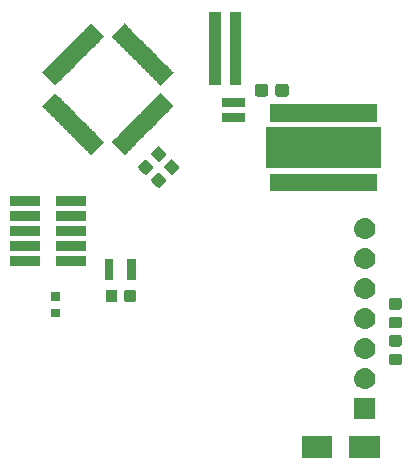
<source format=gbr>
G04 #@! TF.GenerationSoftware,KiCad,Pcbnew,(5.1.2)-2*
G04 #@! TF.CreationDate,2020-04-12T13:41:48-04:00*
G04 #@! TF.ProjectId,MotorcycleSwitch,4d6f746f-7263-4796-936c-655377697463,rev?*
G04 #@! TF.SameCoordinates,Original*
G04 #@! TF.FileFunction,Soldermask,Top*
G04 #@! TF.FilePolarity,Negative*
%FSLAX46Y46*%
G04 Gerber Fmt 4.6, Leading zero omitted, Abs format (unit mm)*
G04 Created by KiCad (PCBNEW (5.1.2)-2) date 2020-04-12 13:41:48*
%MOMM*%
%LPD*%
G04 APERTURE LIST*
%ADD10C,0.152400*%
%ADD11C,0.100000*%
G04 APERTURE END LIST*
D10*
X155847430Y-83950895D02*
X155856500Y-83950001D01*
X155838705Y-83953541D02*
X155847430Y-83950895D01*
X155830666Y-83957836D02*
X155838705Y-83953541D01*
X155823620Y-83963620D02*
X155830666Y-83957836D01*
X155817836Y-83970666D02*
X155823620Y-83963620D01*
X155813541Y-83978705D02*
X155817836Y-83970666D01*
X155810894Y-83987430D02*
X155813541Y-83978705D01*
X155810000Y-83996500D02*
X155810894Y-83987430D01*
X155810000Y-87003500D02*
X155810000Y-83996500D01*
X155810894Y-87012570D02*
X155810000Y-87003500D01*
X155813541Y-87021295D02*
X155810894Y-87012570D01*
X155817836Y-87029334D02*
X155813541Y-87021295D01*
X155823620Y-87036380D02*
X155817836Y-87029334D01*
X155830666Y-87042164D02*
X155823620Y-87036380D01*
X155838705Y-87046459D02*
X155830666Y-87042164D01*
X155847430Y-87049105D02*
X155838705Y-87046459D01*
X155856500Y-87049999D02*
X155847430Y-87049105D01*
X160943500Y-87049999D02*
X155856500Y-87049999D01*
X160952570Y-87049105D02*
X160943500Y-87049999D01*
X160961295Y-87046459D02*
X160952570Y-87049105D01*
X160969334Y-87042164D02*
X160961295Y-87046459D01*
X160976380Y-87036380D02*
X160969334Y-87042164D01*
X160982164Y-87029334D02*
X160976380Y-87036380D01*
X160986459Y-87021295D02*
X160982164Y-87029334D01*
X160989106Y-87012570D02*
X160986459Y-87021295D01*
X160990000Y-87003500D02*
X160989106Y-87012570D01*
X160990000Y-83996500D02*
X160990000Y-87003500D01*
X160989106Y-83987430D02*
X160990000Y-83996500D01*
X160986459Y-83978705D02*
X160989106Y-83987430D01*
X160982164Y-83970666D02*
X160986459Y-83978705D01*
X160976380Y-83963620D02*
X160982164Y-83970666D01*
X160969334Y-83957836D02*
X160976380Y-83963620D01*
X160961295Y-83953541D02*
X160969334Y-83957836D01*
X160952570Y-83950895D02*
X160961295Y-83953541D01*
X160943500Y-83950001D02*
X160952570Y-83950895D01*
X155856500Y-83950001D02*
X160943500Y-83950001D01*
D11*
G36*
X163151000Y-111801000D02*
G01*
X160549000Y-111801000D01*
X160549000Y-109899000D01*
X163151000Y-109899000D01*
X163151000Y-111801000D01*
X163151000Y-111801000D01*
G37*
G36*
X159151000Y-111801000D02*
G01*
X156549000Y-111801000D01*
X156549000Y-109899000D01*
X159151000Y-109899000D01*
X159151000Y-111801000D01*
X159151000Y-111801000D01*
G37*
G36*
X162801000Y-108501000D02*
G01*
X160999000Y-108501000D01*
X160999000Y-106699000D01*
X162801000Y-106699000D01*
X162801000Y-108501000D01*
X162801000Y-108501000D01*
G37*
G36*
X162010443Y-104165519D02*
G01*
X162076627Y-104172037D01*
X162246466Y-104223557D01*
X162402991Y-104307222D01*
X162438729Y-104336552D01*
X162540186Y-104419814D01*
X162623448Y-104521271D01*
X162652778Y-104557009D01*
X162736443Y-104713534D01*
X162787963Y-104883373D01*
X162805359Y-105060000D01*
X162787963Y-105236627D01*
X162736443Y-105406466D01*
X162652778Y-105562991D01*
X162623448Y-105598729D01*
X162540186Y-105700186D01*
X162438729Y-105783448D01*
X162402991Y-105812778D01*
X162246466Y-105896443D01*
X162076627Y-105947963D01*
X162010443Y-105954481D01*
X161944260Y-105961000D01*
X161855740Y-105961000D01*
X161789557Y-105954481D01*
X161723373Y-105947963D01*
X161553534Y-105896443D01*
X161397009Y-105812778D01*
X161361271Y-105783448D01*
X161259814Y-105700186D01*
X161176552Y-105598729D01*
X161147222Y-105562991D01*
X161063557Y-105406466D01*
X161012037Y-105236627D01*
X160994641Y-105060000D01*
X161012037Y-104883373D01*
X161063557Y-104713534D01*
X161147222Y-104557009D01*
X161176552Y-104521271D01*
X161259814Y-104419814D01*
X161361271Y-104336552D01*
X161397009Y-104307222D01*
X161553534Y-104223557D01*
X161723373Y-104172037D01*
X161789557Y-104165519D01*
X161855740Y-104159000D01*
X161944260Y-104159000D01*
X162010443Y-104165519D01*
X162010443Y-104165519D01*
G37*
G36*
X164869991Y-102944585D02*
G01*
X164903969Y-102954893D01*
X164935290Y-102971634D01*
X164962739Y-102994161D01*
X164985266Y-103021610D01*
X165002007Y-103052931D01*
X165012315Y-103086909D01*
X165016400Y-103128390D01*
X165016400Y-103729610D01*
X165012315Y-103771091D01*
X165002007Y-103805069D01*
X164985266Y-103836390D01*
X164962739Y-103863839D01*
X164935290Y-103886366D01*
X164903969Y-103903107D01*
X164869991Y-103913415D01*
X164828510Y-103917500D01*
X164152290Y-103917500D01*
X164110809Y-103913415D01*
X164076831Y-103903107D01*
X164045510Y-103886366D01*
X164018061Y-103863839D01*
X163995534Y-103836390D01*
X163978793Y-103805069D01*
X163968485Y-103771091D01*
X163964400Y-103729610D01*
X163964400Y-103128390D01*
X163968485Y-103086909D01*
X163978793Y-103052931D01*
X163995534Y-103021610D01*
X164018061Y-102994161D01*
X164045510Y-102971634D01*
X164076831Y-102954893D01*
X164110809Y-102944585D01*
X164152290Y-102940500D01*
X164828510Y-102940500D01*
X164869991Y-102944585D01*
X164869991Y-102944585D01*
G37*
G36*
X162010443Y-101625519D02*
G01*
X162076627Y-101632037D01*
X162246466Y-101683557D01*
X162402991Y-101767222D01*
X162438729Y-101796552D01*
X162540186Y-101879814D01*
X162623448Y-101981271D01*
X162652778Y-102017009D01*
X162736443Y-102173534D01*
X162787963Y-102343373D01*
X162805359Y-102520000D01*
X162787963Y-102696627D01*
X162736443Y-102866466D01*
X162652778Y-103022991D01*
X162631390Y-103049052D01*
X162540186Y-103160186D01*
X162438729Y-103243448D01*
X162402991Y-103272778D01*
X162246466Y-103356443D01*
X162076627Y-103407963D01*
X162010442Y-103414482D01*
X161944260Y-103421000D01*
X161855740Y-103421000D01*
X161789558Y-103414482D01*
X161723373Y-103407963D01*
X161553534Y-103356443D01*
X161397009Y-103272778D01*
X161361271Y-103243448D01*
X161259814Y-103160186D01*
X161168610Y-103049052D01*
X161147222Y-103022991D01*
X161063557Y-102866466D01*
X161012037Y-102696627D01*
X160994641Y-102520000D01*
X161012037Y-102343373D01*
X161063557Y-102173534D01*
X161147222Y-102017009D01*
X161176552Y-101981271D01*
X161259814Y-101879814D01*
X161361271Y-101796552D01*
X161397009Y-101767222D01*
X161553534Y-101683557D01*
X161723373Y-101632037D01*
X161789558Y-101625518D01*
X161855740Y-101619000D01*
X161944260Y-101619000D01*
X162010443Y-101625519D01*
X162010443Y-101625519D01*
G37*
G36*
X164869991Y-101369585D02*
G01*
X164903969Y-101379893D01*
X164935290Y-101396634D01*
X164962739Y-101419161D01*
X164985266Y-101446610D01*
X165002007Y-101477931D01*
X165012315Y-101511909D01*
X165016400Y-101553390D01*
X165016400Y-102154610D01*
X165012315Y-102196091D01*
X165002007Y-102230069D01*
X164985266Y-102261390D01*
X164962739Y-102288839D01*
X164935290Y-102311366D01*
X164903969Y-102328107D01*
X164869991Y-102338415D01*
X164828510Y-102342500D01*
X164152290Y-102342500D01*
X164110809Y-102338415D01*
X164076831Y-102328107D01*
X164045510Y-102311366D01*
X164018061Y-102288839D01*
X163995534Y-102261390D01*
X163978793Y-102230069D01*
X163968485Y-102196091D01*
X163964400Y-102154610D01*
X163964400Y-101553390D01*
X163968485Y-101511909D01*
X163978793Y-101477931D01*
X163995534Y-101446610D01*
X164018061Y-101419161D01*
X164045510Y-101396634D01*
X164076831Y-101379893D01*
X164110809Y-101369585D01*
X164152290Y-101365500D01*
X164828510Y-101365500D01*
X164869991Y-101369585D01*
X164869991Y-101369585D01*
G37*
G36*
X162010442Y-99085518D02*
G01*
X162076627Y-99092037D01*
X162246466Y-99143557D01*
X162402991Y-99227222D01*
X162438729Y-99256552D01*
X162540186Y-99339814D01*
X162623448Y-99441271D01*
X162652778Y-99477009D01*
X162736443Y-99633534D01*
X162787963Y-99803373D01*
X162805359Y-99980000D01*
X162787963Y-100156627D01*
X162736443Y-100326466D01*
X162652778Y-100482991D01*
X162623448Y-100518729D01*
X162540186Y-100620186D01*
X162438729Y-100703448D01*
X162402991Y-100732778D01*
X162246466Y-100816443D01*
X162076627Y-100867963D01*
X162010442Y-100874482D01*
X161944260Y-100881000D01*
X161855740Y-100881000D01*
X161789558Y-100874482D01*
X161723373Y-100867963D01*
X161553534Y-100816443D01*
X161397009Y-100732778D01*
X161361271Y-100703448D01*
X161259814Y-100620186D01*
X161176552Y-100518729D01*
X161147222Y-100482991D01*
X161063557Y-100326466D01*
X161012037Y-100156627D01*
X160994641Y-99980000D01*
X161012037Y-99803373D01*
X161063557Y-99633534D01*
X161147222Y-99477009D01*
X161176552Y-99441271D01*
X161259814Y-99339814D01*
X161361271Y-99256552D01*
X161397009Y-99227222D01*
X161553534Y-99143557D01*
X161723373Y-99092037D01*
X161789558Y-99085518D01*
X161855740Y-99079000D01*
X161944260Y-99079000D01*
X162010442Y-99085518D01*
X162010442Y-99085518D01*
G37*
G36*
X164869991Y-99820285D02*
G01*
X164903969Y-99830593D01*
X164935290Y-99847334D01*
X164962739Y-99869861D01*
X164985266Y-99897310D01*
X165002007Y-99928631D01*
X165012315Y-99962609D01*
X165016400Y-100004090D01*
X165016400Y-100605310D01*
X165012315Y-100646791D01*
X165002007Y-100680769D01*
X164985266Y-100712090D01*
X164962739Y-100739539D01*
X164935290Y-100762066D01*
X164903969Y-100778807D01*
X164869991Y-100789115D01*
X164828510Y-100793200D01*
X164152290Y-100793200D01*
X164110809Y-100789115D01*
X164076831Y-100778807D01*
X164045510Y-100762066D01*
X164018061Y-100739539D01*
X163995534Y-100712090D01*
X163978793Y-100680769D01*
X163968485Y-100646791D01*
X163964400Y-100605310D01*
X163964400Y-100004090D01*
X163968485Y-99962609D01*
X163978793Y-99928631D01*
X163995534Y-99897310D01*
X164018061Y-99869861D01*
X164045510Y-99847334D01*
X164076831Y-99830593D01*
X164110809Y-99820285D01*
X164152290Y-99816200D01*
X164828510Y-99816200D01*
X164869991Y-99820285D01*
X164869991Y-99820285D01*
G37*
G36*
X136136060Y-99864620D02*
G01*
X135334060Y-99864620D01*
X135334060Y-99162620D01*
X136136060Y-99162620D01*
X136136060Y-99864620D01*
X136136060Y-99864620D01*
G37*
G36*
X164869991Y-98245285D02*
G01*
X164903969Y-98255593D01*
X164935290Y-98272334D01*
X164962739Y-98294861D01*
X164985266Y-98322310D01*
X165002007Y-98353631D01*
X165012315Y-98387609D01*
X165016400Y-98429090D01*
X165016400Y-99030310D01*
X165012315Y-99071791D01*
X165002007Y-99105769D01*
X164985266Y-99137090D01*
X164962739Y-99164539D01*
X164935290Y-99187066D01*
X164903969Y-99203807D01*
X164869991Y-99214115D01*
X164828510Y-99218200D01*
X164152290Y-99218200D01*
X164110809Y-99214115D01*
X164076831Y-99203807D01*
X164045510Y-99187066D01*
X164018061Y-99164539D01*
X163995534Y-99137090D01*
X163978793Y-99105769D01*
X163968485Y-99071791D01*
X163964400Y-99030310D01*
X163964400Y-98429090D01*
X163968485Y-98387609D01*
X163978793Y-98353631D01*
X163995534Y-98322310D01*
X164018061Y-98294861D01*
X164045510Y-98272334D01*
X164076831Y-98255593D01*
X164110809Y-98245285D01*
X164152290Y-98241200D01*
X164828510Y-98241200D01*
X164869991Y-98245285D01*
X164869991Y-98245285D01*
G37*
G36*
X142367091Y-97528085D02*
G01*
X142401069Y-97538393D01*
X142432390Y-97555134D01*
X142459839Y-97577661D01*
X142482366Y-97605110D01*
X142499107Y-97636431D01*
X142509415Y-97670409D01*
X142513500Y-97711890D01*
X142513500Y-98388110D01*
X142509415Y-98429591D01*
X142499107Y-98463569D01*
X142482366Y-98494890D01*
X142459839Y-98522339D01*
X142432390Y-98544866D01*
X142401069Y-98561607D01*
X142367091Y-98571915D01*
X142325610Y-98576000D01*
X141724390Y-98576000D01*
X141682909Y-98571915D01*
X141648931Y-98561607D01*
X141617610Y-98544866D01*
X141590161Y-98522339D01*
X141567634Y-98494890D01*
X141550893Y-98463569D01*
X141540585Y-98429591D01*
X141536500Y-98388110D01*
X141536500Y-97711890D01*
X141540585Y-97670409D01*
X141550893Y-97636431D01*
X141567634Y-97605110D01*
X141590161Y-97577661D01*
X141617610Y-97555134D01*
X141648931Y-97538393D01*
X141682909Y-97528085D01*
X141724390Y-97524000D01*
X142325610Y-97524000D01*
X142367091Y-97528085D01*
X142367091Y-97528085D01*
G37*
G36*
X140792091Y-97528085D02*
G01*
X140826069Y-97538393D01*
X140857390Y-97555134D01*
X140884839Y-97577661D01*
X140907366Y-97605110D01*
X140924107Y-97636431D01*
X140934415Y-97670409D01*
X140938500Y-97711890D01*
X140938500Y-98388110D01*
X140934415Y-98429591D01*
X140924107Y-98463569D01*
X140907366Y-98494890D01*
X140884839Y-98522339D01*
X140857390Y-98544866D01*
X140826069Y-98561607D01*
X140792091Y-98571915D01*
X140750610Y-98576000D01*
X140149390Y-98576000D01*
X140107909Y-98571915D01*
X140073931Y-98561607D01*
X140042610Y-98544866D01*
X140015161Y-98522339D01*
X139992634Y-98494890D01*
X139975893Y-98463569D01*
X139965585Y-98429591D01*
X139961500Y-98388110D01*
X139961500Y-97711890D01*
X139965585Y-97670409D01*
X139975893Y-97636431D01*
X139992634Y-97605110D01*
X140015161Y-97577661D01*
X140042610Y-97555134D01*
X140073931Y-97538393D01*
X140107909Y-97528085D01*
X140149390Y-97524000D01*
X140750610Y-97524000D01*
X140792091Y-97528085D01*
X140792091Y-97528085D01*
G37*
G36*
X136136060Y-98464620D02*
G01*
X135334060Y-98464620D01*
X135334060Y-97762620D01*
X136136060Y-97762620D01*
X136136060Y-98464620D01*
X136136060Y-98464620D01*
G37*
G36*
X162010442Y-96545518D02*
G01*
X162076627Y-96552037D01*
X162246466Y-96603557D01*
X162402991Y-96687222D01*
X162419779Y-96701000D01*
X162540186Y-96799814D01*
X162623448Y-96901271D01*
X162652778Y-96937009D01*
X162736443Y-97093534D01*
X162787963Y-97263373D01*
X162805359Y-97440000D01*
X162787963Y-97616627D01*
X162736443Y-97786466D01*
X162652778Y-97942991D01*
X162623448Y-97978729D01*
X162540186Y-98080186D01*
X162438729Y-98163448D01*
X162402991Y-98192778D01*
X162246466Y-98276443D01*
X162076627Y-98327963D01*
X162010443Y-98334481D01*
X161944260Y-98341000D01*
X161855740Y-98341000D01*
X161789557Y-98334481D01*
X161723373Y-98327963D01*
X161553534Y-98276443D01*
X161397009Y-98192778D01*
X161361271Y-98163448D01*
X161259814Y-98080186D01*
X161176552Y-97978729D01*
X161147222Y-97942991D01*
X161063557Y-97786466D01*
X161012037Y-97616627D01*
X160994641Y-97440000D01*
X161012037Y-97263373D01*
X161063557Y-97093534D01*
X161147222Y-96937009D01*
X161176552Y-96901271D01*
X161259814Y-96799814D01*
X161380221Y-96701000D01*
X161397009Y-96687222D01*
X161553534Y-96603557D01*
X161723373Y-96552037D01*
X161789558Y-96545518D01*
X161855740Y-96539000D01*
X161944260Y-96539000D01*
X162010442Y-96545518D01*
X162010442Y-96545518D01*
G37*
G36*
X140626000Y-96701000D02*
G01*
X139874000Y-96701000D01*
X139874000Y-94899000D01*
X140626000Y-94899000D01*
X140626000Y-96701000D01*
X140626000Y-96701000D01*
G37*
G36*
X142526000Y-96701000D02*
G01*
X141774000Y-96701000D01*
X141774000Y-94899000D01*
X142526000Y-94899000D01*
X142526000Y-96701000D01*
X142526000Y-96701000D01*
G37*
G36*
X162010443Y-94005519D02*
G01*
X162076627Y-94012037D01*
X162246466Y-94063557D01*
X162402991Y-94147222D01*
X162438729Y-94176552D01*
X162540186Y-94259814D01*
X162623448Y-94361271D01*
X162652778Y-94397009D01*
X162736443Y-94553534D01*
X162787963Y-94723373D01*
X162805359Y-94900000D01*
X162787963Y-95076627D01*
X162736443Y-95246466D01*
X162652778Y-95402991D01*
X162623448Y-95438729D01*
X162540186Y-95540186D01*
X162438729Y-95623448D01*
X162402991Y-95652778D01*
X162246466Y-95736443D01*
X162076627Y-95787963D01*
X162010442Y-95794482D01*
X161944260Y-95801000D01*
X161855740Y-95801000D01*
X161789558Y-95794482D01*
X161723373Y-95787963D01*
X161553534Y-95736443D01*
X161397009Y-95652778D01*
X161361271Y-95623448D01*
X161259814Y-95540186D01*
X161176552Y-95438729D01*
X161147222Y-95402991D01*
X161063557Y-95246466D01*
X161012037Y-95076627D01*
X160994641Y-94900000D01*
X161012037Y-94723373D01*
X161063557Y-94553534D01*
X161147222Y-94397009D01*
X161176552Y-94361271D01*
X161259814Y-94259814D01*
X161361271Y-94176552D01*
X161397009Y-94147222D01*
X161553534Y-94063557D01*
X161723373Y-94012037D01*
X161789558Y-94005518D01*
X161855740Y-93999000D01*
X161944260Y-93999000D01*
X162010443Y-94005519D01*
X162010443Y-94005519D01*
G37*
G36*
X138301000Y-95561000D02*
G01*
X135799000Y-95561000D01*
X135799000Y-94719000D01*
X138301000Y-94719000D01*
X138301000Y-95561000D01*
X138301000Y-95561000D01*
G37*
G36*
X134401000Y-95561000D02*
G01*
X131899000Y-95561000D01*
X131899000Y-94719000D01*
X134401000Y-94719000D01*
X134401000Y-95561000D01*
X134401000Y-95561000D01*
G37*
G36*
X138301000Y-94291000D02*
G01*
X135799000Y-94291000D01*
X135799000Y-93449000D01*
X138301000Y-93449000D01*
X138301000Y-94291000D01*
X138301000Y-94291000D01*
G37*
G36*
X134401000Y-94291000D02*
G01*
X131899000Y-94291000D01*
X131899000Y-93449000D01*
X134401000Y-93449000D01*
X134401000Y-94291000D01*
X134401000Y-94291000D01*
G37*
G36*
X162010443Y-91465519D02*
G01*
X162076627Y-91472037D01*
X162246466Y-91523557D01*
X162402991Y-91607222D01*
X162438729Y-91636552D01*
X162540186Y-91719814D01*
X162623448Y-91821271D01*
X162652778Y-91857009D01*
X162736443Y-92013534D01*
X162787963Y-92183373D01*
X162805359Y-92360000D01*
X162787963Y-92536627D01*
X162736443Y-92706466D01*
X162652778Y-92862991D01*
X162623448Y-92898729D01*
X162540186Y-93000186D01*
X162438729Y-93083448D01*
X162402991Y-93112778D01*
X162246466Y-93196443D01*
X162076627Y-93247963D01*
X162010443Y-93254481D01*
X161944260Y-93261000D01*
X161855740Y-93261000D01*
X161789557Y-93254481D01*
X161723373Y-93247963D01*
X161553534Y-93196443D01*
X161397009Y-93112778D01*
X161361271Y-93083448D01*
X161259814Y-93000186D01*
X161176552Y-92898729D01*
X161147222Y-92862991D01*
X161063557Y-92706466D01*
X161012037Y-92536627D01*
X160994641Y-92360000D01*
X161012037Y-92183373D01*
X161063557Y-92013534D01*
X161147222Y-91857009D01*
X161176552Y-91821271D01*
X161259814Y-91719814D01*
X161361271Y-91636552D01*
X161397009Y-91607222D01*
X161553534Y-91523557D01*
X161723373Y-91472037D01*
X161789558Y-91465518D01*
X161855740Y-91459000D01*
X161944260Y-91459000D01*
X162010443Y-91465519D01*
X162010443Y-91465519D01*
G37*
G36*
X138301000Y-93021000D02*
G01*
X135799000Y-93021000D01*
X135799000Y-92179000D01*
X138301000Y-92179000D01*
X138301000Y-93021000D01*
X138301000Y-93021000D01*
G37*
G36*
X134401000Y-93021000D02*
G01*
X131899000Y-93021000D01*
X131899000Y-92179000D01*
X134401000Y-92179000D01*
X134401000Y-93021000D01*
X134401000Y-93021000D01*
G37*
G36*
X134401000Y-91751000D02*
G01*
X131899000Y-91751000D01*
X131899000Y-90909000D01*
X134401000Y-90909000D01*
X134401000Y-91751000D01*
X134401000Y-91751000D01*
G37*
G36*
X138301000Y-91751000D02*
G01*
X135799000Y-91751000D01*
X135799000Y-90909000D01*
X138301000Y-90909000D01*
X138301000Y-91751000D01*
X138301000Y-91751000D01*
G37*
G36*
X138301000Y-90481000D02*
G01*
X135799000Y-90481000D01*
X135799000Y-89639000D01*
X138301000Y-89639000D01*
X138301000Y-90481000D01*
X138301000Y-90481000D01*
G37*
G36*
X134401000Y-90481000D02*
G01*
X131899000Y-90481000D01*
X131899000Y-89639000D01*
X134401000Y-89639000D01*
X134401000Y-90481000D01*
X134401000Y-90481000D01*
G37*
G36*
X162900999Y-89201002D02*
G01*
X153899001Y-89201002D01*
X153899001Y-87699002D01*
X162900999Y-87699002D01*
X162900999Y-89201002D01*
X162900999Y-89201002D01*
G37*
G36*
X144451977Y-87618855D02*
G01*
X144485955Y-87629163D01*
X144517276Y-87645904D01*
X144549490Y-87672342D01*
X144589341Y-87712193D01*
X144589347Y-87712198D01*
X144987802Y-88110653D01*
X144987807Y-88110659D01*
X145027658Y-88150510D01*
X145054096Y-88182724D01*
X145070837Y-88214045D01*
X145081145Y-88248023D01*
X145084625Y-88283364D01*
X145081145Y-88318705D01*
X145070837Y-88352683D01*
X145054096Y-88384004D01*
X145027658Y-88416218D01*
X144987807Y-88456069D01*
X144987802Y-88456075D01*
X144642381Y-88801496D01*
X144642375Y-88801501D01*
X144602524Y-88841352D01*
X144570310Y-88867790D01*
X144538989Y-88884531D01*
X144505011Y-88894839D01*
X144469670Y-88898319D01*
X144434329Y-88894839D01*
X144400351Y-88884531D01*
X144369030Y-88867790D01*
X144336816Y-88841352D01*
X144296965Y-88801501D01*
X144296959Y-88801496D01*
X143898504Y-88403041D01*
X143898499Y-88403035D01*
X143858648Y-88363184D01*
X143832210Y-88330970D01*
X143815469Y-88299649D01*
X143805161Y-88265671D01*
X143801681Y-88230330D01*
X143805161Y-88194989D01*
X143815469Y-88161011D01*
X143832210Y-88129690D01*
X143858648Y-88097476D01*
X143898499Y-88057625D01*
X143898504Y-88057619D01*
X144243925Y-87712198D01*
X144243931Y-87712193D01*
X144283782Y-87672342D01*
X144315996Y-87645904D01*
X144347317Y-87629163D01*
X144381295Y-87618855D01*
X144416636Y-87615375D01*
X144451977Y-87618855D01*
X144451977Y-87618855D01*
G37*
G36*
X143351977Y-86518855D02*
G01*
X143385955Y-86529163D01*
X143417276Y-86545904D01*
X143449490Y-86572342D01*
X143489341Y-86612193D01*
X143489347Y-86612198D01*
X143887802Y-87010653D01*
X143887807Y-87010659D01*
X143927658Y-87050510D01*
X143954096Y-87082724D01*
X143970837Y-87114045D01*
X143981145Y-87148023D01*
X143984625Y-87183364D01*
X143981145Y-87218705D01*
X143970837Y-87252683D01*
X143954096Y-87284004D01*
X143927658Y-87316218D01*
X143887807Y-87356069D01*
X143887802Y-87356075D01*
X143542381Y-87701496D01*
X143542375Y-87701501D01*
X143502524Y-87741352D01*
X143470310Y-87767790D01*
X143438989Y-87784531D01*
X143405011Y-87794839D01*
X143369670Y-87798319D01*
X143334329Y-87794839D01*
X143300351Y-87784531D01*
X143269030Y-87767790D01*
X143236816Y-87741352D01*
X143196965Y-87701501D01*
X143196959Y-87701496D01*
X142798504Y-87303041D01*
X142798499Y-87303035D01*
X142758648Y-87263184D01*
X142732210Y-87230970D01*
X142715469Y-87199649D01*
X142705161Y-87165671D01*
X142701681Y-87130330D01*
X142705161Y-87094989D01*
X142715469Y-87061011D01*
X142732210Y-87029690D01*
X142758648Y-86997476D01*
X142798499Y-86957625D01*
X142798504Y-86957619D01*
X143143925Y-86612198D01*
X143143931Y-86612193D01*
X143183782Y-86572342D01*
X143215996Y-86545904D01*
X143247317Y-86529163D01*
X143281295Y-86518855D01*
X143316636Y-86515375D01*
X143351977Y-86518855D01*
X143351977Y-86518855D01*
G37*
G36*
X145565671Y-86505161D02*
G01*
X145599649Y-86515469D01*
X145630970Y-86532210D01*
X145663184Y-86558648D01*
X145703035Y-86598499D01*
X145703041Y-86598504D01*
X146101496Y-86996959D01*
X146101501Y-86996965D01*
X146141352Y-87036816D01*
X146167790Y-87069030D01*
X146184531Y-87100351D01*
X146194839Y-87134329D01*
X146198319Y-87169670D01*
X146194839Y-87205011D01*
X146184531Y-87238989D01*
X146167790Y-87270310D01*
X146141352Y-87302524D01*
X146101501Y-87342375D01*
X146101496Y-87342381D01*
X145756075Y-87687802D01*
X145756069Y-87687807D01*
X145716218Y-87727658D01*
X145684004Y-87754096D01*
X145652683Y-87770837D01*
X145618705Y-87781145D01*
X145583364Y-87784625D01*
X145548023Y-87781145D01*
X145514045Y-87770837D01*
X145482724Y-87754096D01*
X145450510Y-87727658D01*
X145410659Y-87687807D01*
X145410653Y-87687802D01*
X145012198Y-87289347D01*
X145012193Y-87289341D01*
X144972342Y-87249490D01*
X144945904Y-87217276D01*
X144929163Y-87185955D01*
X144918855Y-87151977D01*
X144915375Y-87116636D01*
X144918855Y-87081295D01*
X144929163Y-87047317D01*
X144945904Y-87015996D01*
X144972342Y-86983782D01*
X145012193Y-86943931D01*
X145012198Y-86943925D01*
X145357619Y-86598504D01*
X145357625Y-86598499D01*
X145397476Y-86558648D01*
X145429690Y-86532210D01*
X145461011Y-86515469D01*
X145494989Y-86505161D01*
X145530330Y-86501681D01*
X145565671Y-86505161D01*
X145565671Y-86505161D01*
G37*
G36*
X163301000Y-87251000D02*
G01*
X153499000Y-87251000D01*
X153499000Y-83749000D01*
X163301000Y-83749000D01*
X163301000Y-87251000D01*
X163301000Y-87251000D01*
G37*
G36*
X144465671Y-85405161D02*
G01*
X144499649Y-85415469D01*
X144530970Y-85432210D01*
X144563184Y-85458648D01*
X144603035Y-85498499D01*
X144603041Y-85498504D01*
X145001496Y-85896959D01*
X145001501Y-85896965D01*
X145041352Y-85936816D01*
X145067790Y-85969030D01*
X145084531Y-86000351D01*
X145094839Y-86034329D01*
X145098319Y-86069670D01*
X145094839Y-86105011D01*
X145084531Y-86138989D01*
X145067790Y-86170310D01*
X145041352Y-86202524D01*
X145001501Y-86242375D01*
X145001496Y-86242381D01*
X144656075Y-86587802D01*
X144656069Y-86587807D01*
X144616218Y-86627658D01*
X144584004Y-86654096D01*
X144552683Y-86670837D01*
X144518705Y-86681145D01*
X144483364Y-86684625D01*
X144448023Y-86681145D01*
X144414045Y-86670837D01*
X144382724Y-86654096D01*
X144350510Y-86627658D01*
X144310659Y-86587807D01*
X144310653Y-86587802D01*
X143912198Y-86189347D01*
X143912193Y-86189341D01*
X143872342Y-86149490D01*
X143845904Y-86117276D01*
X143829163Y-86085955D01*
X143818855Y-86051977D01*
X143815375Y-86016636D01*
X143818855Y-85981295D01*
X143829163Y-85947317D01*
X143845904Y-85915996D01*
X143872342Y-85883782D01*
X143912193Y-85843931D01*
X143912198Y-85843925D01*
X144257619Y-85498504D01*
X144257625Y-85498499D01*
X144297476Y-85458648D01*
X144329690Y-85432210D01*
X144361011Y-85415469D01*
X144394989Y-85405161D01*
X144430330Y-85401681D01*
X144465671Y-85405161D01*
X144465671Y-85405161D01*
G37*
G36*
X144628534Y-80878293D02*
G01*
X144635549Y-80880421D01*
X144642015Y-80883878D01*
X144652449Y-80892440D01*
X145705136Y-81945127D01*
X145713698Y-81955561D01*
X145717155Y-81962027D01*
X145719283Y-81969042D01*
X145720001Y-81976337D01*
X145719283Y-81983632D01*
X145717155Y-81990647D01*
X145713698Y-81997113D01*
X145705136Y-82007547D01*
X145483299Y-82229384D01*
X145472865Y-82237946D01*
X145466398Y-82241403D01*
X145451462Y-82245934D01*
X145428823Y-82255311D01*
X145408449Y-82268925D01*
X145391122Y-82286252D01*
X145377508Y-82306627D01*
X145368132Y-82329264D01*
X145363601Y-82344200D01*
X145360144Y-82350667D01*
X145351582Y-82361101D01*
X145129745Y-82582938D01*
X145119311Y-82591500D01*
X145112845Y-82594957D01*
X145097908Y-82599488D01*
X145075269Y-82608866D01*
X145054895Y-82622480D01*
X145037568Y-82639807D01*
X145023955Y-82660182D01*
X145014579Y-82682817D01*
X145010048Y-82697754D01*
X145006591Y-82704220D01*
X144998029Y-82714654D01*
X144776192Y-82936491D01*
X144765758Y-82945053D01*
X144759291Y-82948510D01*
X144744355Y-82953041D01*
X144721716Y-82962418D01*
X144701342Y-82976032D01*
X144684015Y-82993359D01*
X144670401Y-83013734D01*
X144661025Y-83036371D01*
X144656494Y-83051307D01*
X144653037Y-83057774D01*
X144644475Y-83068208D01*
X144422638Y-83290045D01*
X144412204Y-83298607D01*
X144405738Y-83302064D01*
X144390801Y-83306595D01*
X144368162Y-83315973D01*
X144347788Y-83329587D01*
X144330461Y-83346914D01*
X144316848Y-83367289D01*
X144307472Y-83389924D01*
X144302941Y-83404861D01*
X144299484Y-83411327D01*
X144290922Y-83421761D01*
X144069085Y-83643598D01*
X144058651Y-83652160D01*
X144052185Y-83655617D01*
X144037248Y-83660148D01*
X144014609Y-83669526D01*
X143994235Y-83683140D01*
X143976908Y-83700467D01*
X143963295Y-83720842D01*
X143953919Y-83743477D01*
X143949388Y-83758414D01*
X143945931Y-83764880D01*
X143937369Y-83775314D01*
X143715532Y-83997151D01*
X143705098Y-84005713D01*
X143698631Y-84009170D01*
X143683695Y-84013701D01*
X143661056Y-84023078D01*
X143640682Y-84036692D01*
X143623355Y-84054019D01*
X143609741Y-84074394D01*
X143600365Y-84097031D01*
X143595834Y-84111967D01*
X143592377Y-84118434D01*
X143583815Y-84128868D01*
X143361978Y-84350705D01*
X143351544Y-84359267D01*
X143345078Y-84362724D01*
X143330141Y-84367255D01*
X143307502Y-84376633D01*
X143287128Y-84390247D01*
X143269801Y-84407574D01*
X143256188Y-84427949D01*
X143246812Y-84450584D01*
X143242281Y-84465521D01*
X143238824Y-84471987D01*
X143230262Y-84482421D01*
X143008425Y-84704258D01*
X142997991Y-84712820D01*
X142991525Y-84716277D01*
X142976588Y-84720808D01*
X142953949Y-84730186D01*
X142933575Y-84743800D01*
X142916248Y-84761127D01*
X142902635Y-84781502D01*
X142893259Y-84804137D01*
X142888728Y-84819074D01*
X142885271Y-84825540D01*
X142876709Y-84835974D01*
X142654872Y-85057811D01*
X142644438Y-85066373D01*
X142637971Y-85069830D01*
X142623035Y-85074361D01*
X142600396Y-85083738D01*
X142580022Y-85097352D01*
X142562695Y-85114679D01*
X142549081Y-85135054D01*
X142539705Y-85157691D01*
X142535174Y-85172627D01*
X142531717Y-85179094D01*
X142523155Y-85189528D01*
X142301318Y-85411365D01*
X142290884Y-85419927D01*
X142284418Y-85423384D01*
X142269481Y-85427915D01*
X142246842Y-85437293D01*
X142226468Y-85450907D01*
X142209141Y-85468234D01*
X142195528Y-85488609D01*
X142186152Y-85511244D01*
X142181621Y-85526181D01*
X142178164Y-85532647D01*
X142169602Y-85543081D01*
X141947765Y-85764918D01*
X141937331Y-85773480D01*
X141930864Y-85776937D01*
X141915928Y-85781468D01*
X141893289Y-85790845D01*
X141872915Y-85804459D01*
X141855588Y-85821786D01*
X141841974Y-85842161D01*
X141832598Y-85864798D01*
X141828067Y-85879734D01*
X141824610Y-85886201D01*
X141816048Y-85896635D01*
X141594211Y-86118472D01*
X141583777Y-86127034D01*
X141577311Y-86130491D01*
X141570296Y-86132619D01*
X141563001Y-86133337D01*
X141555706Y-86132619D01*
X141548691Y-86130491D01*
X141542225Y-86127034D01*
X141531791Y-86118472D01*
X140479104Y-85065785D01*
X140470542Y-85055351D01*
X140467085Y-85048885D01*
X140464957Y-85041870D01*
X140464239Y-85034575D01*
X140464957Y-85027280D01*
X140467085Y-85020265D01*
X140470542Y-85013799D01*
X140479104Y-85003365D01*
X140700941Y-84781528D01*
X140711375Y-84772966D01*
X140717842Y-84769509D01*
X140732778Y-84764978D01*
X140755417Y-84755601D01*
X140775791Y-84741987D01*
X140793118Y-84724660D01*
X140806732Y-84704285D01*
X140816108Y-84681648D01*
X140820639Y-84666712D01*
X140824096Y-84660245D01*
X140832658Y-84649811D01*
X141054495Y-84427974D01*
X141064929Y-84419412D01*
X141071395Y-84415955D01*
X141086332Y-84411424D01*
X141108971Y-84402046D01*
X141129345Y-84388432D01*
X141146672Y-84371105D01*
X141160285Y-84350730D01*
X141169661Y-84328095D01*
X141174192Y-84313158D01*
X141177649Y-84306692D01*
X141186211Y-84296258D01*
X141408048Y-84074421D01*
X141418482Y-84065859D01*
X141424949Y-84062402D01*
X141439885Y-84057871D01*
X141462524Y-84048494D01*
X141482898Y-84034880D01*
X141500225Y-84017553D01*
X141513839Y-83997178D01*
X141523215Y-83974541D01*
X141527746Y-83959605D01*
X141531203Y-83953138D01*
X141539765Y-83942704D01*
X141761602Y-83720867D01*
X141772036Y-83712305D01*
X141778502Y-83708848D01*
X141793439Y-83704317D01*
X141816078Y-83694939D01*
X141836452Y-83681325D01*
X141853779Y-83663998D01*
X141867392Y-83643623D01*
X141876768Y-83620988D01*
X141881299Y-83606051D01*
X141884756Y-83599585D01*
X141893318Y-83589151D01*
X142115155Y-83367314D01*
X142125589Y-83358752D01*
X142132055Y-83355295D01*
X142146992Y-83350764D01*
X142169631Y-83341386D01*
X142190005Y-83327772D01*
X142207332Y-83310445D01*
X142220945Y-83290070D01*
X142230321Y-83267435D01*
X142234852Y-83252498D01*
X142238309Y-83246032D01*
X142246871Y-83235598D01*
X142468708Y-83013761D01*
X142479142Y-83005199D01*
X142485609Y-83001742D01*
X142500545Y-82997211D01*
X142523184Y-82987834D01*
X142543558Y-82974220D01*
X142560885Y-82956893D01*
X142574499Y-82936518D01*
X142583875Y-82913881D01*
X142588406Y-82898945D01*
X142591863Y-82892478D01*
X142600425Y-82882044D01*
X142822262Y-82660207D01*
X142832696Y-82651645D01*
X142839162Y-82648188D01*
X142854099Y-82643657D01*
X142876738Y-82634279D01*
X142897112Y-82620665D01*
X142914439Y-82603338D01*
X142928052Y-82582963D01*
X142937428Y-82560328D01*
X142941959Y-82545391D01*
X142945416Y-82538925D01*
X142953978Y-82528491D01*
X143175815Y-82306654D01*
X143186249Y-82298092D01*
X143192715Y-82294635D01*
X143207652Y-82290104D01*
X143230291Y-82280726D01*
X143250665Y-82267112D01*
X143267992Y-82249785D01*
X143281605Y-82229410D01*
X143290981Y-82206775D01*
X143295512Y-82191838D01*
X143298969Y-82185372D01*
X143307531Y-82174938D01*
X143529368Y-81953101D01*
X143539802Y-81944539D01*
X143546269Y-81941082D01*
X143561205Y-81936551D01*
X143583844Y-81927174D01*
X143604218Y-81913560D01*
X143621545Y-81896233D01*
X143635159Y-81875858D01*
X143644535Y-81853221D01*
X143649066Y-81838285D01*
X143652523Y-81831818D01*
X143661085Y-81821384D01*
X143882922Y-81599547D01*
X143893356Y-81590985D01*
X143899822Y-81587528D01*
X143914759Y-81582997D01*
X143937398Y-81573619D01*
X143957772Y-81560005D01*
X143975099Y-81542678D01*
X143988712Y-81522303D01*
X143998088Y-81499668D01*
X144002619Y-81484731D01*
X144006076Y-81478265D01*
X144014638Y-81467831D01*
X144236475Y-81245994D01*
X144246909Y-81237432D01*
X144253376Y-81233975D01*
X144268312Y-81229444D01*
X144290951Y-81220067D01*
X144311325Y-81206453D01*
X144328652Y-81189126D01*
X144342266Y-81168751D01*
X144351642Y-81146114D01*
X144356173Y-81131178D01*
X144359630Y-81124711D01*
X144368192Y-81114277D01*
X144590029Y-80892440D01*
X144600463Y-80883878D01*
X144606929Y-80880421D01*
X144613944Y-80878293D01*
X144621239Y-80877575D01*
X144628534Y-80878293D01*
X144628534Y-80878293D01*
G37*
G36*
X135683632Y-80878293D02*
G01*
X135690647Y-80880421D01*
X135697113Y-80883878D01*
X135707547Y-80892440D01*
X135929384Y-81114277D01*
X135937946Y-81124711D01*
X135941403Y-81131178D01*
X135945934Y-81146114D01*
X135955311Y-81168753D01*
X135968925Y-81189127D01*
X135986252Y-81206454D01*
X136006627Y-81220068D01*
X136029264Y-81229444D01*
X136044200Y-81233975D01*
X136050667Y-81237432D01*
X136061101Y-81245994D01*
X136282938Y-81467831D01*
X136291500Y-81478265D01*
X136294957Y-81484731D01*
X136299488Y-81499668D01*
X136308866Y-81522307D01*
X136322480Y-81542681D01*
X136339807Y-81560008D01*
X136360182Y-81573621D01*
X136382817Y-81582997D01*
X136397754Y-81587528D01*
X136404220Y-81590985D01*
X136414654Y-81599547D01*
X136636491Y-81821384D01*
X136645053Y-81831818D01*
X136648510Y-81838285D01*
X136653041Y-81853221D01*
X136662418Y-81875860D01*
X136676032Y-81896234D01*
X136693359Y-81913561D01*
X136713734Y-81927175D01*
X136736371Y-81936551D01*
X136751307Y-81941082D01*
X136757774Y-81944539D01*
X136768208Y-81953101D01*
X136990045Y-82174938D01*
X136998607Y-82185372D01*
X137002064Y-82191838D01*
X137006595Y-82206775D01*
X137015973Y-82229414D01*
X137029587Y-82249788D01*
X137046914Y-82267115D01*
X137067289Y-82280728D01*
X137089924Y-82290104D01*
X137104861Y-82294635D01*
X137111327Y-82298092D01*
X137121761Y-82306654D01*
X137343598Y-82528491D01*
X137352160Y-82538925D01*
X137355617Y-82545391D01*
X137360148Y-82560328D01*
X137369526Y-82582967D01*
X137383140Y-82603341D01*
X137400467Y-82620668D01*
X137420842Y-82634281D01*
X137443477Y-82643657D01*
X137458414Y-82648188D01*
X137464880Y-82651645D01*
X137475314Y-82660207D01*
X137697151Y-82882044D01*
X137705713Y-82892478D01*
X137709170Y-82898945D01*
X137713701Y-82913881D01*
X137723078Y-82936520D01*
X137736692Y-82956894D01*
X137754019Y-82974221D01*
X137774394Y-82987835D01*
X137797031Y-82997211D01*
X137811967Y-83001742D01*
X137818434Y-83005199D01*
X137828868Y-83013761D01*
X138050705Y-83235598D01*
X138059267Y-83246032D01*
X138062724Y-83252498D01*
X138067255Y-83267435D01*
X138076633Y-83290074D01*
X138090247Y-83310448D01*
X138107574Y-83327775D01*
X138127949Y-83341388D01*
X138150584Y-83350764D01*
X138165521Y-83355295D01*
X138171987Y-83358752D01*
X138182421Y-83367314D01*
X138404258Y-83589151D01*
X138412820Y-83599585D01*
X138416277Y-83606051D01*
X138420808Y-83620988D01*
X138430186Y-83643627D01*
X138443800Y-83664001D01*
X138461127Y-83681328D01*
X138481502Y-83694941D01*
X138504137Y-83704317D01*
X138519074Y-83708848D01*
X138525540Y-83712305D01*
X138535974Y-83720867D01*
X138757811Y-83942704D01*
X138766373Y-83953138D01*
X138769830Y-83959605D01*
X138774361Y-83974541D01*
X138783738Y-83997180D01*
X138797352Y-84017554D01*
X138814679Y-84034881D01*
X138835054Y-84048495D01*
X138857691Y-84057871D01*
X138872627Y-84062402D01*
X138879094Y-84065859D01*
X138889528Y-84074421D01*
X139111365Y-84296258D01*
X139119927Y-84306692D01*
X139123384Y-84313158D01*
X139127915Y-84328095D01*
X139137293Y-84350734D01*
X139150907Y-84371108D01*
X139168234Y-84388435D01*
X139188609Y-84402048D01*
X139211244Y-84411424D01*
X139226181Y-84415955D01*
X139232647Y-84419412D01*
X139243081Y-84427974D01*
X139464918Y-84649811D01*
X139473480Y-84660245D01*
X139476937Y-84666712D01*
X139481468Y-84681648D01*
X139490845Y-84704287D01*
X139504459Y-84724661D01*
X139521786Y-84741988D01*
X139542161Y-84755602D01*
X139564798Y-84764978D01*
X139579734Y-84769509D01*
X139586201Y-84772966D01*
X139596635Y-84781528D01*
X139818472Y-85003365D01*
X139827034Y-85013799D01*
X139830491Y-85020265D01*
X139832619Y-85027280D01*
X139833337Y-85034575D01*
X139832619Y-85041870D01*
X139830491Y-85048885D01*
X139827034Y-85055351D01*
X139818472Y-85065785D01*
X138765785Y-86118472D01*
X138755351Y-86127034D01*
X138748885Y-86130491D01*
X138741870Y-86132619D01*
X138734575Y-86133337D01*
X138727280Y-86132619D01*
X138720265Y-86130491D01*
X138713799Y-86127034D01*
X138703365Y-86118472D01*
X138481528Y-85896635D01*
X138472966Y-85886201D01*
X138469509Y-85879734D01*
X138464978Y-85864798D01*
X138455601Y-85842159D01*
X138441987Y-85821785D01*
X138424660Y-85804458D01*
X138404285Y-85790844D01*
X138381648Y-85781468D01*
X138366712Y-85776937D01*
X138360245Y-85773480D01*
X138349811Y-85764918D01*
X138127974Y-85543081D01*
X138119412Y-85532647D01*
X138115955Y-85526181D01*
X138111424Y-85511244D01*
X138102046Y-85488605D01*
X138088432Y-85468231D01*
X138071105Y-85450904D01*
X138050730Y-85437291D01*
X138028095Y-85427915D01*
X138013158Y-85423384D01*
X138006692Y-85419927D01*
X137996258Y-85411365D01*
X137774421Y-85189528D01*
X137765859Y-85179094D01*
X137762402Y-85172627D01*
X137757871Y-85157691D01*
X137748494Y-85135052D01*
X137734880Y-85114678D01*
X137717553Y-85097351D01*
X137697178Y-85083737D01*
X137674541Y-85074361D01*
X137659605Y-85069830D01*
X137653138Y-85066373D01*
X137642704Y-85057811D01*
X137420867Y-84835974D01*
X137412305Y-84825540D01*
X137408848Y-84819074D01*
X137404317Y-84804137D01*
X137394939Y-84781498D01*
X137381325Y-84761124D01*
X137363998Y-84743797D01*
X137343623Y-84730184D01*
X137320988Y-84720808D01*
X137306051Y-84716277D01*
X137299585Y-84712820D01*
X137289151Y-84704258D01*
X137067314Y-84482421D01*
X137058752Y-84471987D01*
X137055295Y-84465521D01*
X137050764Y-84450584D01*
X137041386Y-84427945D01*
X137027772Y-84407571D01*
X137010445Y-84390244D01*
X136990070Y-84376631D01*
X136967435Y-84367255D01*
X136952498Y-84362724D01*
X136946032Y-84359267D01*
X136935598Y-84350705D01*
X136713761Y-84128868D01*
X136705199Y-84118434D01*
X136701742Y-84111967D01*
X136697211Y-84097031D01*
X136687834Y-84074392D01*
X136674220Y-84054018D01*
X136656893Y-84036691D01*
X136636518Y-84023077D01*
X136613881Y-84013701D01*
X136598945Y-84009170D01*
X136592478Y-84005713D01*
X136582044Y-83997151D01*
X136360207Y-83775314D01*
X136351645Y-83764880D01*
X136348188Y-83758414D01*
X136343657Y-83743477D01*
X136334279Y-83720838D01*
X136320665Y-83700464D01*
X136303338Y-83683137D01*
X136282963Y-83669524D01*
X136260328Y-83660148D01*
X136245391Y-83655617D01*
X136238925Y-83652160D01*
X136228491Y-83643598D01*
X136006654Y-83421761D01*
X135998092Y-83411327D01*
X135994635Y-83404861D01*
X135990104Y-83389924D01*
X135980726Y-83367285D01*
X135967112Y-83346911D01*
X135949785Y-83329584D01*
X135929410Y-83315971D01*
X135906775Y-83306595D01*
X135891838Y-83302064D01*
X135885372Y-83298607D01*
X135874938Y-83290045D01*
X135653101Y-83068208D01*
X135644539Y-83057774D01*
X135641082Y-83051307D01*
X135636551Y-83036371D01*
X135627174Y-83013732D01*
X135613560Y-82993358D01*
X135596233Y-82976031D01*
X135575858Y-82962417D01*
X135553221Y-82953041D01*
X135538285Y-82948510D01*
X135531818Y-82945053D01*
X135521384Y-82936491D01*
X135299547Y-82714654D01*
X135290985Y-82704220D01*
X135287528Y-82697754D01*
X135282997Y-82682817D01*
X135273619Y-82660178D01*
X135260005Y-82639804D01*
X135242678Y-82622477D01*
X135222303Y-82608864D01*
X135199668Y-82599488D01*
X135184731Y-82594957D01*
X135178265Y-82591500D01*
X135167831Y-82582938D01*
X134945994Y-82361101D01*
X134937432Y-82350667D01*
X134933975Y-82344200D01*
X134929444Y-82329264D01*
X134920067Y-82306625D01*
X134906453Y-82286251D01*
X134889126Y-82268924D01*
X134868751Y-82255310D01*
X134846114Y-82245934D01*
X134831178Y-82241403D01*
X134824711Y-82237946D01*
X134814277Y-82229384D01*
X134592440Y-82007547D01*
X134583878Y-81997113D01*
X134580421Y-81990647D01*
X134578293Y-81983632D01*
X134577575Y-81976337D01*
X134578293Y-81969042D01*
X134580421Y-81962027D01*
X134583878Y-81955561D01*
X134592440Y-81945127D01*
X135645127Y-80892440D01*
X135655561Y-80883878D01*
X135662027Y-80880421D01*
X135669042Y-80878293D01*
X135676337Y-80877575D01*
X135683632Y-80878293D01*
X135683632Y-80878293D01*
G37*
G36*
X151751001Y-83308199D02*
G01*
X149848999Y-83308199D01*
X149848999Y-82548999D01*
X151751001Y-82548999D01*
X151751001Y-83308199D01*
X151751001Y-83308199D01*
G37*
G36*
X162900999Y-83301001D02*
G01*
X153899001Y-83301001D01*
X153899001Y-81799001D01*
X162900999Y-81799001D01*
X162900999Y-83301001D01*
X162900999Y-83301001D01*
G37*
G36*
X151751001Y-82051001D02*
G01*
X149848999Y-82051001D01*
X149848999Y-81291801D01*
X151751001Y-81291801D01*
X151751001Y-82051001D01*
X151751001Y-82051001D01*
G37*
G36*
X155314499Y-80128445D02*
G01*
X155351995Y-80139820D01*
X155386554Y-80158292D01*
X155416847Y-80183153D01*
X155441708Y-80213446D01*
X155460180Y-80248005D01*
X155471555Y-80285501D01*
X155476000Y-80330638D01*
X155476000Y-80969362D01*
X155471555Y-81014499D01*
X155460180Y-81051995D01*
X155441708Y-81086554D01*
X155416847Y-81116847D01*
X155386554Y-81141708D01*
X155351995Y-81160180D01*
X155314499Y-81171555D01*
X155269362Y-81176000D01*
X154530638Y-81176000D01*
X154485501Y-81171555D01*
X154448005Y-81160180D01*
X154413446Y-81141708D01*
X154383153Y-81116847D01*
X154358292Y-81086554D01*
X154339820Y-81051995D01*
X154328445Y-81014499D01*
X154324000Y-80969362D01*
X154324000Y-80330638D01*
X154328445Y-80285501D01*
X154339820Y-80248005D01*
X154358292Y-80213446D01*
X154383153Y-80183153D01*
X154413446Y-80158292D01*
X154448005Y-80139820D01*
X154485501Y-80128445D01*
X154530638Y-80124000D01*
X155269362Y-80124000D01*
X155314499Y-80128445D01*
X155314499Y-80128445D01*
G37*
G36*
X153564499Y-80128445D02*
G01*
X153601995Y-80139820D01*
X153636554Y-80158292D01*
X153666847Y-80183153D01*
X153691708Y-80213446D01*
X153710180Y-80248005D01*
X153721555Y-80285501D01*
X153726000Y-80330638D01*
X153726000Y-80969362D01*
X153721555Y-81014499D01*
X153710180Y-81051995D01*
X153691708Y-81086554D01*
X153666847Y-81116847D01*
X153636554Y-81141708D01*
X153601995Y-81160180D01*
X153564499Y-81171555D01*
X153519362Y-81176000D01*
X152780638Y-81176000D01*
X152735501Y-81171555D01*
X152698005Y-81160180D01*
X152663446Y-81141708D01*
X152633153Y-81116847D01*
X152608292Y-81086554D01*
X152589820Y-81051995D01*
X152578445Y-81014499D01*
X152574000Y-80969362D01*
X152574000Y-80330638D01*
X152578445Y-80285501D01*
X152589820Y-80248005D01*
X152608292Y-80213446D01*
X152633153Y-80183153D01*
X152663446Y-80158292D01*
X152698005Y-80139820D01*
X152735501Y-80128445D01*
X152780638Y-80124000D01*
X153519362Y-80124000D01*
X153564499Y-80128445D01*
X153564499Y-80128445D01*
G37*
G36*
X141570296Y-74991629D02*
G01*
X141577311Y-74993757D01*
X141583777Y-74997214D01*
X141594211Y-75005776D01*
X141816048Y-75227613D01*
X141824610Y-75238047D01*
X141828067Y-75244514D01*
X141832598Y-75259450D01*
X141841975Y-75282089D01*
X141855589Y-75302463D01*
X141872916Y-75319790D01*
X141893291Y-75333404D01*
X141915928Y-75342780D01*
X141930864Y-75347311D01*
X141937331Y-75350768D01*
X141947765Y-75359330D01*
X142169602Y-75581167D01*
X142178164Y-75591601D01*
X142181621Y-75598067D01*
X142186152Y-75613004D01*
X142195530Y-75635643D01*
X142209144Y-75656017D01*
X142226471Y-75673344D01*
X142246846Y-75686957D01*
X142269481Y-75696333D01*
X142284418Y-75700864D01*
X142290884Y-75704321D01*
X142301318Y-75712883D01*
X142523155Y-75934720D01*
X142531717Y-75945154D01*
X142535174Y-75951621D01*
X142539705Y-75966557D01*
X142549082Y-75989196D01*
X142562696Y-76009570D01*
X142580023Y-76026897D01*
X142600398Y-76040511D01*
X142623035Y-76049887D01*
X142637971Y-76054418D01*
X142644438Y-76057875D01*
X142654872Y-76066437D01*
X142876709Y-76288274D01*
X142885271Y-76298708D01*
X142888728Y-76305174D01*
X142893259Y-76320111D01*
X142902637Y-76342750D01*
X142916251Y-76363124D01*
X142933578Y-76380451D01*
X142953953Y-76394064D01*
X142976588Y-76403440D01*
X142991525Y-76407971D01*
X142997991Y-76411428D01*
X143008425Y-76419990D01*
X143230262Y-76641827D01*
X143238824Y-76652261D01*
X143242281Y-76658727D01*
X143246812Y-76673664D01*
X143256190Y-76696303D01*
X143269804Y-76716677D01*
X143287131Y-76734004D01*
X143307506Y-76747617D01*
X143330141Y-76756993D01*
X143345078Y-76761524D01*
X143351544Y-76764981D01*
X143361978Y-76773543D01*
X143583815Y-76995380D01*
X143592377Y-77005814D01*
X143595834Y-77012281D01*
X143600365Y-77027217D01*
X143609742Y-77049856D01*
X143623356Y-77070230D01*
X143640683Y-77087557D01*
X143661058Y-77101171D01*
X143683695Y-77110547D01*
X143698631Y-77115078D01*
X143705098Y-77118535D01*
X143715532Y-77127097D01*
X143937369Y-77348934D01*
X143945931Y-77359368D01*
X143949388Y-77365834D01*
X143953919Y-77380771D01*
X143963297Y-77403410D01*
X143976911Y-77423784D01*
X143994238Y-77441111D01*
X144014613Y-77454724D01*
X144037248Y-77464100D01*
X144052185Y-77468631D01*
X144058651Y-77472088D01*
X144069085Y-77480650D01*
X144290922Y-77702487D01*
X144299484Y-77712921D01*
X144302941Y-77719387D01*
X144307472Y-77734324D01*
X144316850Y-77756963D01*
X144330464Y-77777337D01*
X144347791Y-77794664D01*
X144368166Y-77808277D01*
X144390801Y-77817653D01*
X144405738Y-77822184D01*
X144412204Y-77825641D01*
X144422638Y-77834203D01*
X144644475Y-78056040D01*
X144653037Y-78066474D01*
X144656494Y-78072941D01*
X144661025Y-78087877D01*
X144670402Y-78110516D01*
X144684016Y-78130890D01*
X144701343Y-78148217D01*
X144721718Y-78161831D01*
X144744355Y-78171207D01*
X144759291Y-78175738D01*
X144765758Y-78179195D01*
X144776192Y-78187757D01*
X144998029Y-78409594D01*
X145006591Y-78420028D01*
X145010048Y-78426494D01*
X145014579Y-78441431D01*
X145023957Y-78464070D01*
X145037571Y-78484444D01*
X145054898Y-78501771D01*
X145075273Y-78515384D01*
X145097908Y-78524760D01*
X145112845Y-78529291D01*
X145119311Y-78532748D01*
X145129745Y-78541310D01*
X145351582Y-78763147D01*
X145360144Y-78773581D01*
X145363601Y-78780048D01*
X145368132Y-78794984D01*
X145377509Y-78817623D01*
X145391123Y-78837997D01*
X145408450Y-78855324D01*
X145428825Y-78868938D01*
X145451462Y-78878314D01*
X145466398Y-78882845D01*
X145472865Y-78886302D01*
X145483299Y-78894864D01*
X145705136Y-79116701D01*
X145713698Y-79127135D01*
X145717155Y-79133601D01*
X145719283Y-79140616D01*
X145720001Y-79147911D01*
X145719283Y-79155206D01*
X145717155Y-79162221D01*
X145713698Y-79168687D01*
X145705136Y-79179121D01*
X144652449Y-80231808D01*
X144642015Y-80240370D01*
X144635549Y-80243827D01*
X144628534Y-80245955D01*
X144621239Y-80246673D01*
X144613944Y-80245955D01*
X144606929Y-80243827D01*
X144600463Y-80240370D01*
X144590029Y-80231808D01*
X144368192Y-80009971D01*
X144359630Y-79999537D01*
X144356173Y-79993070D01*
X144351642Y-79978134D01*
X144342265Y-79955495D01*
X144328651Y-79935121D01*
X144311324Y-79917794D01*
X144290949Y-79904180D01*
X144268312Y-79894804D01*
X144253376Y-79890273D01*
X144246909Y-79886816D01*
X144236475Y-79878254D01*
X144014638Y-79656417D01*
X144006076Y-79645983D01*
X144002619Y-79639517D01*
X143998088Y-79624580D01*
X143988710Y-79601941D01*
X143975096Y-79581567D01*
X143957769Y-79564240D01*
X143937394Y-79550627D01*
X143914759Y-79541251D01*
X143899822Y-79536720D01*
X143893356Y-79533263D01*
X143882922Y-79524701D01*
X143661085Y-79302864D01*
X143652523Y-79292430D01*
X143649066Y-79285963D01*
X143644535Y-79271027D01*
X143635158Y-79248388D01*
X143621544Y-79228014D01*
X143604217Y-79210687D01*
X143583842Y-79197073D01*
X143561205Y-79187697D01*
X143546269Y-79183166D01*
X143539802Y-79179709D01*
X143529368Y-79171147D01*
X143307531Y-78949310D01*
X143298969Y-78938876D01*
X143295512Y-78932410D01*
X143290981Y-78917473D01*
X143281603Y-78894834D01*
X143267989Y-78874460D01*
X143250662Y-78857133D01*
X143230287Y-78843520D01*
X143207652Y-78834144D01*
X143192715Y-78829613D01*
X143186249Y-78826156D01*
X143175815Y-78817594D01*
X142953978Y-78595757D01*
X142945416Y-78585323D01*
X142941959Y-78578857D01*
X142937428Y-78563920D01*
X142928050Y-78541281D01*
X142914436Y-78520907D01*
X142897109Y-78503580D01*
X142876734Y-78489967D01*
X142854099Y-78480591D01*
X142839162Y-78476060D01*
X142832696Y-78472603D01*
X142822262Y-78464041D01*
X142600425Y-78242204D01*
X142591863Y-78231770D01*
X142588406Y-78225303D01*
X142583875Y-78210367D01*
X142574498Y-78187728D01*
X142560884Y-78167354D01*
X142543557Y-78150027D01*
X142523182Y-78136413D01*
X142500545Y-78127037D01*
X142485609Y-78122506D01*
X142479142Y-78119049D01*
X142468708Y-78110487D01*
X142246871Y-77888650D01*
X142238309Y-77878216D01*
X142234852Y-77871750D01*
X142230321Y-77856813D01*
X142220943Y-77834174D01*
X142207329Y-77813800D01*
X142190002Y-77796473D01*
X142169627Y-77782860D01*
X142146992Y-77773484D01*
X142132055Y-77768953D01*
X142125589Y-77765496D01*
X142115155Y-77756934D01*
X141893318Y-77535097D01*
X141884756Y-77524663D01*
X141881299Y-77518197D01*
X141876768Y-77503260D01*
X141867390Y-77480621D01*
X141853776Y-77460247D01*
X141836449Y-77442920D01*
X141816074Y-77429307D01*
X141793439Y-77419931D01*
X141778502Y-77415400D01*
X141772036Y-77411943D01*
X141761602Y-77403381D01*
X141539765Y-77181544D01*
X141531203Y-77171110D01*
X141527746Y-77164643D01*
X141523215Y-77149707D01*
X141513838Y-77127068D01*
X141500224Y-77106694D01*
X141482897Y-77089367D01*
X141462522Y-77075753D01*
X141439885Y-77066377D01*
X141424949Y-77061846D01*
X141418482Y-77058389D01*
X141408048Y-77049827D01*
X141186211Y-76827990D01*
X141177649Y-76817556D01*
X141174192Y-76811090D01*
X141169661Y-76796153D01*
X141160283Y-76773514D01*
X141146669Y-76753140D01*
X141129342Y-76735813D01*
X141108967Y-76722200D01*
X141086332Y-76712824D01*
X141071395Y-76708293D01*
X141064929Y-76704836D01*
X141054495Y-76696274D01*
X140832658Y-76474437D01*
X140824096Y-76464003D01*
X140820639Y-76457536D01*
X140816108Y-76442600D01*
X140806731Y-76419961D01*
X140793117Y-76399587D01*
X140775790Y-76382260D01*
X140755415Y-76368646D01*
X140732778Y-76359270D01*
X140717842Y-76354739D01*
X140711375Y-76351282D01*
X140700941Y-76342720D01*
X140479104Y-76120883D01*
X140470542Y-76110449D01*
X140467085Y-76103983D01*
X140464957Y-76096968D01*
X140464239Y-76089673D01*
X140464957Y-76082378D01*
X140467085Y-76075363D01*
X140470542Y-76068897D01*
X140479104Y-76058463D01*
X141531791Y-75005776D01*
X141542225Y-74997214D01*
X141548691Y-74993757D01*
X141555706Y-74991629D01*
X141563001Y-74990911D01*
X141570296Y-74991629D01*
X141570296Y-74991629D01*
G37*
G36*
X138741870Y-74991629D02*
G01*
X138748885Y-74993757D01*
X138755351Y-74997214D01*
X138765785Y-75005776D01*
X139818472Y-76058463D01*
X139827034Y-76068897D01*
X139830491Y-76075363D01*
X139832619Y-76082378D01*
X139833337Y-76089673D01*
X139832619Y-76096968D01*
X139830491Y-76103983D01*
X139827034Y-76110449D01*
X139818472Y-76120883D01*
X139596635Y-76342720D01*
X139586201Y-76351282D01*
X139579734Y-76354739D01*
X139564798Y-76359270D01*
X139542159Y-76368647D01*
X139521785Y-76382261D01*
X139504458Y-76399588D01*
X139490844Y-76419963D01*
X139481468Y-76442600D01*
X139476937Y-76457536D01*
X139473480Y-76464003D01*
X139464918Y-76474437D01*
X139243081Y-76696274D01*
X139232647Y-76704836D01*
X139226181Y-76708293D01*
X139211244Y-76712824D01*
X139188605Y-76722202D01*
X139168231Y-76735816D01*
X139150904Y-76753143D01*
X139137291Y-76773518D01*
X139127915Y-76796153D01*
X139123384Y-76811090D01*
X139119927Y-76817556D01*
X139111365Y-76827990D01*
X138889528Y-77049827D01*
X138879094Y-77058389D01*
X138872627Y-77061846D01*
X138857691Y-77066377D01*
X138835052Y-77075754D01*
X138814678Y-77089368D01*
X138797351Y-77106695D01*
X138783737Y-77127070D01*
X138774361Y-77149707D01*
X138769830Y-77164643D01*
X138766373Y-77171110D01*
X138757811Y-77181544D01*
X138535974Y-77403381D01*
X138525540Y-77411943D01*
X138519074Y-77415400D01*
X138504137Y-77419931D01*
X138481498Y-77429309D01*
X138461124Y-77442923D01*
X138443797Y-77460250D01*
X138430184Y-77480625D01*
X138420808Y-77503260D01*
X138416277Y-77518197D01*
X138412820Y-77524663D01*
X138404258Y-77535097D01*
X138182421Y-77756934D01*
X138171987Y-77765496D01*
X138165521Y-77768953D01*
X138150584Y-77773484D01*
X138127945Y-77782862D01*
X138107571Y-77796476D01*
X138090244Y-77813803D01*
X138076631Y-77834178D01*
X138067255Y-77856813D01*
X138062724Y-77871750D01*
X138059267Y-77878216D01*
X138050705Y-77888650D01*
X137828868Y-78110487D01*
X137818434Y-78119049D01*
X137811967Y-78122506D01*
X137797031Y-78127037D01*
X137774392Y-78136414D01*
X137754018Y-78150028D01*
X137736691Y-78167355D01*
X137723077Y-78187730D01*
X137713701Y-78210367D01*
X137709170Y-78225303D01*
X137705713Y-78231770D01*
X137697151Y-78242204D01*
X137475314Y-78464041D01*
X137464880Y-78472603D01*
X137458414Y-78476060D01*
X137443477Y-78480591D01*
X137420838Y-78489969D01*
X137400464Y-78503583D01*
X137383137Y-78520910D01*
X137369524Y-78541285D01*
X137360148Y-78563920D01*
X137355617Y-78578857D01*
X137352160Y-78585323D01*
X137343598Y-78595757D01*
X137121761Y-78817594D01*
X137111327Y-78826156D01*
X137104861Y-78829613D01*
X137089924Y-78834144D01*
X137067285Y-78843522D01*
X137046911Y-78857136D01*
X137029584Y-78874463D01*
X137015971Y-78894838D01*
X137006595Y-78917473D01*
X137002064Y-78932410D01*
X136998607Y-78938876D01*
X136990045Y-78949310D01*
X136768208Y-79171147D01*
X136757774Y-79179709D01*
X136751307Y-79183166D01*
X136736371Y-79187697D01*
X136713732Y-79197074D01*
X136693358Y-79210688D01*
X136676031Y-79228015D01*
X136662417Y-79248390D01*
X136653041Y-79271027D01*
X136648510Y-79285963D01*
X136645053Y-79292430D01*
X136636491Y-79302864D01*
X136414654Y-79524701D01*
X136404220Y-79533263D01*
X136397754Y-79536720D01*
X136382817Y-79541251D01*
X136360178Y-79550629D01*
X136339804Y-79564243D01*
X136322477Y-79581570D01*
X136308864Y-79601945D01*
X136299488Y-79624580D01*
X136294957Y-79639517D01*
X136291500Y-79645983D01*
X136282938Y-79656417D01*
X136061101Y-79878254D01*
X136050667Y-79886816D01*
X136044200Y-79890273D01*
X136029264Y-79894804D01*
X136006625Y-79904181D01*
X135986251Y-79917795D01*
X135968924Y-79935122D01*
X135955310Y-79955497D01*
X135945934Y-79978134D01*
X135941403Y-79993070D01*
X135937946Y-79999537D01*
X135929384Y-80009971D01*
X135707547Y-80231808D01*
X135697113Y-80240370D01*
X135690647Y-80243827D01*
X135683632Y-80245955D01*
X135676337Y-80246673D01*
X135669042Y-80245955D01*
X135662027Y-80243827D01*
X135655561Y-80240370D01*
X135645127Y-80231808D01*
X134592440Y-79179121D01*
X134583878Y-79168687D01*
X134580421Y-79162221D01*
X134578293Y-79155206D01*
X134577575Y-79147911D01*
X134578293Y-79140616D01*
X134580421Y-79133601D01*
X134583878Y-79127135D01*
X134592440Y-79116701D01*
X134814277Y-78894864D01*
X134824711Y-78886302D01*
X134831178Y-78882845D01*
X134846114Y-78878314D01*
X134868753Y-78868937D01*
X134889127Y-78855323D01*
X134906454Y-78837996D01*
X134920068Y-78817621D01*
X134929444Y-78794984D01*
X134933975Y-78780048D01*
X134937432Y-78773581D01*
X134945994Y-78763147D01*
X135167831Y-78541310D01*
X135178265Y-78532748D01*
X135184731Y-78529291D01*
X135199668Y-78524760D01*
X135222307Y-78515382D01*
X135242681Y-78501768D01*
X135260008Y-78484441D01*
X135273621Y-78464066D01*
X135282997Y-78441431D01*
X135287528Y-78426494D01*
X135290985Y-78420028D01*
X135299547Y-78409594D01*
X135521384Y-78187757D01*
X135531818Y-78179195D01*
X135538285Y-78175738D01*
X135553221Y-78171207D01*
X135575860Y-78161830D01*
X135596234Y-78148216D01*
X135613561Y-78130889D01*
X135627175Y-78110514D01*
X135636551Y-78087877D01*
X135641082Y-78072941D01*
X135644539Y-78066474D01*
X135653101Y-78056040D01*
X135874938Y-77834203D01*
X135885372Y-77825641D01*
X135891838Y-77822184D01*
X135906775Y-77817653D01*
X135929414Y-77808275D01*
X135949788Y-77794661D01*
X135967115Y-77777334D01*
X135980728Y-77756959D01*
X135990104Y-77734324D01*
X135994635Y-77719387D01*
X135998092Y-77712921D01*
X136006654Y-77702487D01*
X136228491Y-77480650D01*
X136238925Y-77472088D01*
X136245391Y-77468631D01*
X136260328Y-77464100D01*
X136282967Y-77454722D01*
X136303341Y-77441108D01*
X136320668Y-77423781D01*
X136334281Y-77403406D01*
X136343657Y-77380771D01*
X136348188Y-77365834D01*
X136351645Y-77359368D01*
X136360207Y-77348934D01*
X136582044Y-77127097D01*
X136592478Y-77118535D01*
X136598945Y-77115078D01*
X136613881Y-77110547D01*
X136636520Y-77101170D01*
X136656894Y-77087556D01*
X136674221Y-77070229D01*
X136687835Y-77049854D01*
X136697211Y-77027217D01*
X136701742Y-77012281D01*
X136705199Y-77005814D01*
X136713761Y-76995380D01*
X136935598Y-76773543D01*
X136946032Y-76764981D01*
X136952498Y-76761524D01*
X136967435Y-76756993D01*
X136990074Y-76747615D01*
X137010448Y-76734001D01*
X137027775Y-76716674D01*
X137041388Y-76696299D01*
X137050764Y-76673664D01*
X137055295Y-76658727D01*
X137058752Y-76652261D01*
X137067314Y-76641827D01*
X137289151Y-76419990D01*
X137299585Y-76411428D01*
X137306051Y-76407971D01*
X137320988Y-76403440D01*
X137343627Y-76394062D01*
X137364001Y-76380448D01*
X137381328Y-76363121D01*
X137394941Y-76342746D01*
X137404317Y-76320111D01*
X137408848Y-76305174D01*
X137412305Y-76298708D01*
X137420867Y-76288274D01*
X137642704Y-76066437D01*
X137653138Y-76057875D01*
X137659605Y-76054418D01*
X137674541Y-76049887D01*
X137697180Y-76040510D01*
X137717554Y-76026896D01*
X137734881Y-76009569D01*
X137748495Y-75989194D01*
X137757871Y-75966557D01*
X137762402Y-75951621D01*
X137765859Y-75945154D01*
X137774421Y-75934720D01*
X137996258Y-75712883D01*
X138006692Y-75704321D01*
X138013158Y-75700864D01*
X138028095Y-75696333D01*
X138050734Y-75686955D01*
X138071108Y-75673341D01*
X138088435Y-75656014D01*
X138102048Y-75635639D01*
X138111424Y-75613004D01*
X138115955Y-75598067D01*
X138119412Y-75591601D01*
X138127974Y-75581167D01*
X138349811Y-75359330D01*
X138360245Y-75350768D01*
X138366712Y-75347311D01*
X138381648Y-75342780D01*
X138404287Y-75333403D01*
X138424661Y-75319789D01*
X138441988Y-75302462D01*
X138455602Y-75282087D01*
X138464978Y-75259450D01*
X138469509Y-75244514D01*
X138472966Y-75238047D01*
X138481528Y-75227613D01*
X138703365Y-75005776D01*
X138713799Y-74997214D01*
X138720265Y-74993757D01*
X138727280Y-74991629D01*
X138734575Y-74990911D01*
X138741870Y-74991629D01*
X138741870Y-74991629D01*
G37*
G36*
X151451000Y-80176000D02*
G01*
X150449000Y-80176000D01*
X150449000Y-74024000D01*
X151451000Y-74024000D01*
X151451000Y-80176000D01*
X151451000Y-80176000D01*
G37*
G36*
X149751000Y-80176000D02*
G01*
X148749000Y-80176000D01*
X148749000Y-74024000D01*
X149751000Y-74024000D01*
X149751000Y-80176000D01*
X149751000Y-80176000D01*
G37*
M02*

</source>
